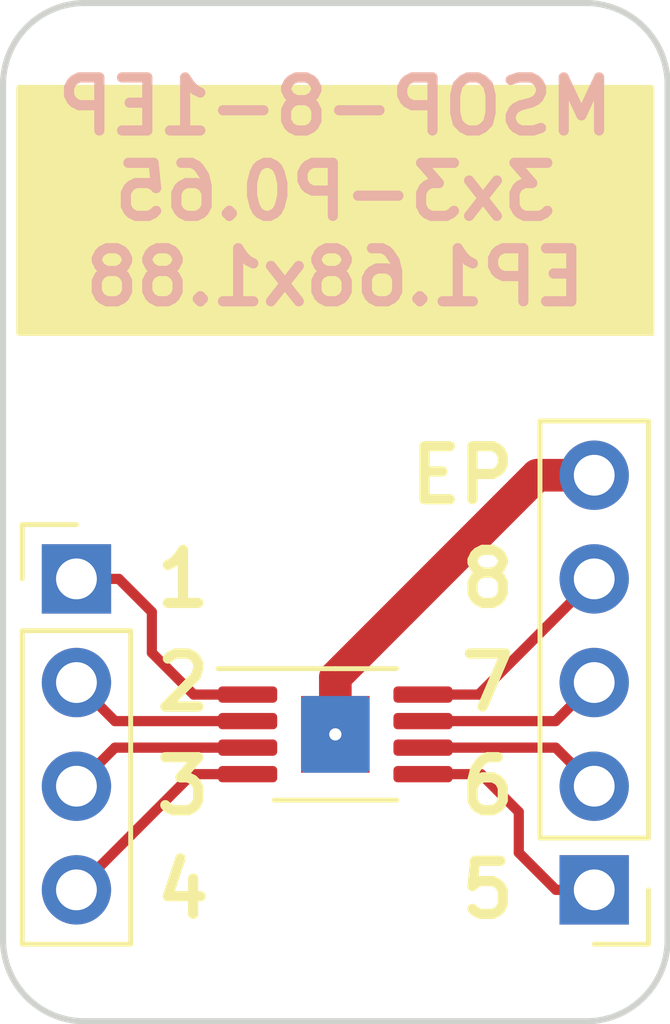
<source format=kicad_pcb>
(kicad_pcb (version 20171130) (host pcbnew 5.1.7-a382d34a8~87~ubuntu20.04.1)

  (general
    (thickness 1)
    (drawings 20)
    (tracks 26)
    (zones 0)
    (modules 3)
    (nets 10)
  )

  (page A4)
  (title_block
    (title BRK-MSOP-8-1EP-3x3-P0.65-EP1.68x1.88)
    (rev v1.0)
    (company https://gekkio.fi)
  )

  (layers
    (0 F.Cu signal)
    (31 B.Cu signal)
    (32 B.Adhes user)
    (33 F.Adhes user)
    (34 B.Paste user)
    (35 F.Paste user)
    (36 B.SilkS user)
    (37 F.SilkS user)
    (38 B.Mask user)
    (39 F.Mask user)
    (40 Dwgs.User user)
    (41 Cmts.User user)
    (42 Eco1.User user)
    (43 Eco2.User user)
    (44 Edge.Cuts user)
    (45 Margin user)
    (46 B.CrtYd user)
    (47 F.CrtYd user)
    (48 B.Fab user)
    (49 F.Fab user)
  )

  (setup
    (last_trace_width 0.25)
    (trace_clearance 0.2)
    (zone_clearance 0.508)
    (zone_45_only no)
    (trace_min 0.2)
    (via_size 0.8)
    (via_drill 0.4)
    (via_min_size 0.4)
    (via_min_drill 0.3)
    (uvia_size 0.3)
    (uvia_drill 0.1)
    (uvias_allowed no)
    (uvia_min_size 0.2)
    (uvia_min_drill 0.1)
    (edge_width 0.05)
    (segment_width 0.2)
    (pcb_text_width 0.3)
    (pcb_text_size 1.5 1.5)
    (mod_edge_width 0.12)
    (mod_text_size 1 1)
    (mod_text_width 0.15)
    (pad_size 1.524 1.524)
    (pad_drill 0.762)
    (pad_to_mask_clearance 0)
    (aux_axis_origin 0 0)
    (visible_elements FFFFFF7F)
    (pcbplotparams
      (layerselection 0x010fc_ffffffff)
      (usegerberextensions false)
      (usegerberattributes true)
      (usegerberadvancedattributes true)
      (creategerberjobfile true)
      (excludeedgelayer true)
      (linewidth 0.150000)
      (plotframeref false)
      (viasonmask false)
      (mode 1)
      (useauxorigin false)
      (hpglpennumber 1)
      (hpglpenspeed 20)
      (hpglpendiameter 15.000000)
      (psnegative false)
      (psa4output false)
      (plotreference true)
      (plotvalue true)
      (plotinvisibletext false)
      (padsonsilk false)
      (subtractmaskfromsilk false)
      (outputformat 1)
      (mirror false)
      (drillshape 0)
      (scaleselection 1)
      (outputdirectory "gerber/"))
  )

  (net 0 "")
  (net 1 PIN1)
  (net 2 PIN2)
  (net 3 PIN3)
  (net 4 PIN4)
  (net 5 PIN5)
  (net 6 PIN6)
  (net 7 PIN7)
  (net 8 PIN8)
  (net 9 EP)

  (net_class Default "This is the default net class."
    (clearance 0.2)
    (trace_width 0.25)
    (via_dia 0.8)
    (via_drill 0.4)
    (uvia_dia 0.3)
    (uvia_drill 0.1)
    (add_net EP)
    (add_net PIN1)
    (add_net PIN2)
    (add_net PIN3)
    (add_net PIN4)
    (add_net PIN5)
    (add_net PIN6)
    (add_net PIN7)
    (add_net PIN8)
  )

  (module PinHeader_1x05_P2.54mm_Vertical (layer F.Cu) (tedit 59FED5CC) (tstamp 5F774FB3)
    (at 106.35 103.81 180)
    (descr "Through hole straight pin header, 1x05, 2.54mm pitch, single row")
    (tags "Through hole pin header THT 1x05 2.54mm single row")
    (fp_text reference J2 (at 0 -2.33 180) (layer F.SilkS) hide
      (effects (font (size 1 1) (thickness 0.15)))
    )
    (fp_text value PinHeader_1x05_P2.54mm_Vertical (at 0 12.49 180) (layer F.Fab) hide
      (effects (font (size 1 1) (thickness 0.15)))
    )
    (fp_line (start 1.8 -1.8) (end -1.8 -1.8) (layer F.CrtYd) (width 0.05))
    (fp_line (start 1.8 11.95) (end 1.8 -1.8) (layer F.CrtYd) (width 0.05))
    (fp_line (start -1.8 11.95) (end 1.8 11.95) (layer F.CrtYd) (width 0.05))
    (fp_line (start -1.8 -1.8) (end -1.8 11.95) (layer F.CrtYd) (width 0.05))
    (fp_line (start -1.33 -1.33) (end 0 -1.33) (layer F.SilkS) (width 0.12))
    (fp_line (start -1.33 0) (end -1.33 -1.33) (layer F.SilkS) (width 0.12))
    (fp_line (start -1.33 1.27) (end 1.33 1.27) (layer F.SilkS) (width 0.12))
    (fp_line (start 1.33 1.27) (end 1.33 11.49) (layer F.SilkS) (width 0.12))
    (fp_line (start -1.33 1.27) (end -1.33 11.49) (layer F.SilkS) (width 0.12))
    (fp_line (start -1.33 11.49) (end 1.33 11.49) (layer F.SilkS) (width 0.12))
    (fp_line (start -1.27 -0.635) (end -0.635 -1.27) (layer F.Fab) (width 0.1))
    (fp_line (start -1.27 11.43) (end -1.27 -0.635) (layer F.Fab) (width 0.1))
    (fp_line (start 1.27 11.43) (end -1.27 11.43) (layer F.Fab) (width 0.1))
    (fp_line (start 1.27 -1.27) (end 1.27 11.43) (layer F.Fab) (width 0.1))
    (fp_line (start -0.635 -1.27) (end 1.27 -1.27) (layer F.Fab) (width 0.1))
    (fp_text user %R (at 0 5.08 270) (layer F.Fab)
      (effects (font (size 1 1) (thickness 0.15)))
    )
    (pad 5 thru_hole oval (at 0 10.16 180) (size 1.7 1.7) (drill 1) (layers *.Cu *.Mask)
      (net 9 EP))
    (pad 4 thru_hole oval (at 0 7.62 180) (size 1.7 1.7) (drill 1) (layers *.Cu *.Mask)
      (net 8 PIN8))
    (pad 3 thru_hole oval (at 0 5.08 180) (size 1.7 1.7) (drill 1) (layers *.Cu *.Mask)
      (net 7 PIN7))
    (pad 2 thru_hole oval (at 0 2.54 180) (size 1.7 1.7) (drill 1) (layers *.Cu *.Mask)
      (net 6 PIN6))
    (pad 1 thru_hole rect (at 0 0 180) (size 1.7 1.7) (drill 1) (layers *.Cu *.Mask)
      (net 5 PIN5))
    (model ${KISYS3DMOD}/Connector_PinHeader_2.54mm.3dshapes/PinHeader_1x05_P2.54mm_Vertical.wrl
      (at (xyz 0 0 0))
      (scale (xyz 1 1 1))
      (rotate (xyz 0 0 0))
    )
  )

  (module PinHeader_1x04_P2.54mm_Vertical (layer F.Cu) (tedit 59FED5CC) (tstamp 5F774F9C)
    (at 93.65 96.19)
    (descr "Through hole straight pin header, 1x04, 2.54mm pitch, single row")
    (tags "Through hole pin header THT 1x04 2.54mm single row")
    (fp_text reference J1 (at 0 -2.33) (layer F.SilkS) hide
      (effects (font (size 1 1) (thickness 0.15)))
    )
    (fp_text value PinHeader_1x04_P2.54mm_Vertical (at 0 9.95) (layer F.Fab) hide
      (effects (font (size 1 1) (thickness 0.15)))
    )
    (fp_line (start 1.8 -1.8) (end -1.8 -1.8) (layer F.CrtYd) (width 0.05))
    (fp_line (start 1.8 9.4) (end 1.8 -1.8) (layer F.CrtYd) (width 0.05))
    (fp_line (start -1.8 9.4) (end 1.8 9.4) (layer F.CrtYd) (width 0.05))
    (fp_line (start -1.8 -1.8) (end -1.8 9.4) (layer F.CrtYd) (width 0.05))
    (fp_line (start -1.33 -1.33) (end 0 -1.33) (layer F.SilkS) (width 0.12))
    (fp_line (start -1.33 0) (end -1.33 -1.33) (layer F.SilkS) (width 0.12))
    (fp_line (start -1.33 1.27) (end 1.33 1.27) (layer F.SilkS) (width 0.12))
    (fp_line (start 1.33 1.27) (end 1.33 8.95) (layer F.SilkS) (width 0.12))
    (fp_line (start -1.33 1.27) (end -1.33 8.95) (layer F.SilkS) (width 0.12))
    (fp_line (start -1.33 8.95) (end 1.33 8.95) (layer F.SilkS) (width 0.12))
    (fp_line (start -1.27 -0.635) (end -0.635 -1.27) (layer F.Fab) (width 0.1))
    (fp_line (start -1.27 8.89) (end -1.27 -0.635) (layer F.Fab) (width 0.1))
    (fp_line (start 1.27 8.89) (end -1.27 8.89) (layer F.Fab) (width 0.1))
    (fp_line (start 1.27 -1.27) (end 1.27 8.89) (layer F.Fab) (width 0.1))
    (fp_line (start -0.635 -1.27) (end 1.27 -1.27) (layer F.Fab) (width 0.1))
    (fp_text user %R (at 0 3.81 90) (layer F.Fab)
      (effects (font (size 1 1) (thickness 0.15)))
    )
    (pad 4 thru_hole oval (at 0 7.62) (size 1.7 1.7) (drill 1) (layers *.Cu *.Mask)
      (net 4 PIN4))
    (pad 3 thru_hole oval (at 0 5.08) (size 1.7 1.7) (drill 1) (layers *.Cu *.Mask)
      (net 3 PIN3))
    (pad 2 thru_hole oval (at 0 2.54) (size 1.7 1.7) (drill 1) (layers *.Cu *.Mask)
      (net 2 PIN2))
    (pad 1 thru_hole rect (at 0 0) (size 1.7 1.7) (drill 1) (layers *.Cu *.Mask)
      (net 1 PIN1))
    (model ${KISYS3DMOD}/Connector_PinHeader_2.54mm.3dshapes/PinHeader_1x04_P2.54mm_Vertical.wrl
      (at (xyz 0 0 0))
      (scale (xyz 1 1 1))
      (rotate (xyz 0 0 0))
    )
  )

  (module MSOP-8-1EP_3x3mm_P0.65mm_EP1.68x1.88mm (layer F.Cu) (tedit 5DC5FE75) (tstamp 5F774D52)
    (at 100 100)
    (descr "MSOP, 8 Pin (https://www.analog.com/media/en/technical-documentation/data-sheets/4440fb.pdf#page=13), generated with kicad-footprint-generator ipc_gullwing_generator.py")
    (tags "MSOP SO")
    (attr smd)
    (fp_text reference U1 (at 0 -2.45) (layer F.SilkS) hide
      (effects (font (size 1 1) (thickness 0.15)))
    )
    (fp_text value MSOP-8-1EP_3x3mm_P0.65mm_EP1.68x1.88mm (at 0 2.45) (layer F.Fab) hide
      (effects (font (size 1 1) (thickness 0.15)))
    )
    (fp_line (start 3.12 -1.75) (end -3.12 -1.75) (layer F.CrtYd) (width 0.05))
    (fp_line (start 3.12 1.75) (end 3.12 -1.75) (layer F.CrtYd) (width 0.05))
    (fp_line (start -3.12 1.75) (end 3.12 1.75) (layer F.CrtYd) (width 0.05))
    (fp_line (start -3.12 -1.75) (end -3.12 1.75) (layer F.CrtYd) (width 0.05))
    (fp_line (start -1.5 -0.75) (end -0.75 -1.5) (layer F.Fab) (width 0.1))
    (fp_line (start -1.5 1.5) (end -1.5 -0.75) (layer F.Fab) (width 0.1))
    (fp_line (start 1.5 1.5) (end -1.5 1.5) (layer F.Fab) (width 0.1))
    (fp_line (start 1.5 -1.5) (end 1.5 1.5) (layer F.Fab) (width 0.1))
    (fp_line (start -0.75 -1.5) (end 1.5 -1.5) (layer F.Fab) (width 0.1))
    (fp_line (start 0 -1.61) (end -2.875 -1.61) (layer F.SilkS) (width 0.12))
    (fp_line (start 0 -1.61) (end 1.5 -1.61) (layer F.SilkS) (width 0.12))
    (fp_line (start 0 1.61) (end -1.5 1.61) (layer F.SilkS) (width 0.12))
    (fp_line (start 0 1.61) (end 1.5 1.61) (layer F.SilkS) (width 0.12))
    (fp_text user %R (at 0 0) (layer F.Fab)
      (effects (font (size 0.75 0.75) (thickness 0.11)))
    )
    (pad "" smd roundrect (at 0.42 0.47) (size 0.68 0.76) (layers F.Paste) (roundrect_rratio 0.25))
    (pad "" smd roundrect (at 0.42 -0.47) (size 0.68 0.76) (layers F.Paste) (roundrect_rratio 0.25))
    (pad "" smd roundrect (at -0.42 0.47) (size 0.68 0.76) (layers F.Paste) (roundrect_rratio 0.25))
    (pad "" smd roundrect (at -0.42 -0.47) (size 0.68 0.76) (layers F.Paste) (roundrect_rratio 0.25))
    (pad 9 smd rect (at 0 0) (size 1.68 1.88) (layers F.Cu F.Mask)
      (net 9 EP))
    (pad 8 smd roundrect (at 2.15 -0.975) (size 1.45 0.4) (layers F.Cu F.Paste F.Mask) (roundrect_rratio 0.25)
      (net 8 PIN8))
    (pad 7 smd roundrect (at 2.15 -0.325) (size 1.45 0.4) (layers F.Cu F.Paste F.Mask) (roundrect_rratio 0.25)
      (net 7 PIN7))
    (pad 6 smd roundrect (at 2.15 0.325) (size 1.45 0.4) (layers F.Cu F.Paste F.Mask) (roundrect_rratio 0.25)
      (net 6 PIN6))
    (pad 5 smd roundrect (at 2.15 0.975) (size 1.45 0.4) (layers F.Cu F.Paste F.Mask) (roundrect_rratio 0.25)
      (net 5 PIN5))
    (pad 4 smd roundrect (at -2.15 0.975) (size 1.45 0.4) (layers F.Cu F.Paste F.Mask) (roundrect_rratio 0.25)
      (net 4 PIN4))
    (pad 3 smd roundrect (at -2.15 0.325) (size 1.45 0.4) (layers F.Cu F.Paste F.Mask) (roundrect_rratio 0.25)
      (net 3 PIN3))
    (pad 2 smd roundrect (at -2.15 -0.325) (size 1.45 0.4) (layers F.Cu F.Paste F.Mask) (roundrect_rratio 0.25)
      (net 2 PIN2))
    (pad 1 smd roundrect (at -2.15 -0.975) (size 1.45 0.4) (layers F.Cu F.Paste F.Mask) (roundrect_rratio 0.25)
      (net 1 PIN1))
    (model ${KISYS3DMOD}/Package_SO.3dshapes/MSOP-8-1EP_3x3mm_P0.65mm_EP1.68x1.88mm.wrl
      (at (xyz 0 0 0))
      (scale (xyz 1 1 1))
      (rotate (xyz 0 0 0))
    )
  )

  (gr_arc (start 106.15 84.08) (end 106.15 82.08) (angle 90) (layer Edge.Cuts) (width 0.15))
  (gr_arc (start 93.85 84.08) (end 91.85 84.08) (angle 90) (layer Edge.Cuts) (width 0.15))
  (gr_arc (start 93.85 105.03) (end 93.85 107.03) (angle 90) (layer Edge.Cuts) (width 0.15))
  (gr_arc (start 106.15 105.03) (end 108.15 105.03) (angle 90) (layer Edge.Cuts) (width 0.15))
  (gr_line (start 93.85 107.03) (end 106.15 107.03) (layer Edge.Cuts) (width 0.15))
  (gr_line (start 93.85 82.08) (end 106.15 82.08) (layer Edge.Cuts) (width 0.15))
  (gr_line (start 108.15 105.03) (end 108.15 84.08) (layer Edge.Cuts) (width 0.15))
  (gr_line (start 91.85 84.08) (end 91.85 105.03) (layer Edge.Cuts) (width 0.15))
  (gr_text EP (at 104.52 93.65) (layer F.SilkS)
    (effects (font (size 1.3 1.3) (thickness 0.25)) (justify right))
  )
  (gr_text 8 (at 104.52 96.19) (layer F.SilkS)
    (effects (font (size 1.3 1.3) (thickness 0.25)) (justify right))
  )
  (gr_text 7 (at 104.52 98.73) (layer F.SilkS)
    (effects (font (size 1.3 1.3) (thickness 0.25)) (justify right))
  )
  (gr_text 6 (at 104.52 101.27) (layer F.SilkS)
    (effects (font (size 1.3 1.3) (thickness 0.25)) (justify right))
  )
  (gr_text 5 (at 104.52 103.81) (layer F.SilkS)
    (effects (font (size 1.3 1.3) (thickness 0.25)) (justify right))
  )
  (gr_text 4 (at 95.48 103.81) (layer F.SilkS)
    (effects (font (size 1.3 1.3) (thickness 0.25)) (justify left))
  )
  (gr_text 3 (at 95.48 101.27) (layer F.SilkS)
    (effects (font (size 1.3 1.3) (thickness 0.25)) (justify left))
  )
  (gr_text 2 (at 95.48 98.73) (layer F.SilkS)
    (effects (font (size 1.3 1.3) (thickness 0.25)) (justify left))
  )
  (gr_text 1 (at 95.48 96.19) (layer F.SilkS)
    (effects (font (size 1.3 1.3) (thickness 0.25)) (justify left))
  )
  (gr_text "MSOP-8-1EP\n3x3-P0.65\nEP1.68x1.88" (at 100 89.56) (layer B.SilkS)
    (effects (font (size 1.3 1.3) (thickness 0.25)) (justify bottom mirror))
  )
  (gr_poly (pts (xy 99.16 99.06) (xy 99.16 100.94) (xy 100.84 100.94) (xy 100.84 99.06)) (layer B.Mask) (width 0.1))
  (gr_poly (pts (xy 92.25 84.16) (xy 92.25 90.16) (xy 107.75 90.16) (xy 107.75 84.16)) (layer F.SilkS) (width 0.15))

  (segment (start 94.69 96.19) (end 93.65 96.19) (width 0.25) (layer F.Cu) (net 1))
  (segment (start 95.5 97) (end 94.69 96.19) (width 0.25) (layer F.Cu) (net 1))
  (segment (start 95.5 98) (end 95.5 97) (width 0.25) (layer F.Cu) (net 1))
  (segment (start 96.525 99.025) (end 95.5 98) (width 0.25) (layer F.Cu) (net 1))
  (segment (start 97.85 99.025) (end 96.525 99.025) (width 0.25) (layer F.Cu) (net 1))
  (segment (start 94.595 99.675) (end 93.65 98.73) (width 0.25) (layer F.Cu) (net 2))
  (segment (start 97.85 99.675) (end 94.595 99.675) (width 0.25) (layer F.Cu) (net 2))
  (segment (start 94.595 100.325) (end 93.65 101.27) (width 0.25) (layer F.Cu) (net 3))
  (segment (start 97.85 100.325) (end 94.595 100.325) (width 0.25) (layer F.Cu) (net 3))
  (segment (start 96.485 100.975) (end 93.65 103.81) (width 0.25) (layer F.Cu) (net 4))
  (segment (start 97.85 100.975) (end 96.485 100.975) (width 0.25) (layer F.Cu) (net 4))
  (segment (start 105.41 103.81) (end 106.35 103.81) (width 0.25) (layer F.Cu) (net 5))
  (segment (start 104.5 102.9) (end 105.41 103.81) (width 0.25) (layer F.Cu) (net 5))
  (segment (start 104.5 101.9) (end 104.5 102.9) (width 0.25) (layer F.Cu) (net 5))
  (segment (start 103.575 100.975) (end 104.5 101.9) (width 0.25) (layer F.Cu) (net 5))
  (segment (start 102.15 100.975) (end 103.575 100.975) (width 0.25) (layer F.Cu) (net 5))
  (segment (start 105.405 100.325) (end 106.35 101.27) (width 0.25) (layer F.Cu) (net 6))
  (segment (start 102.15 100.325) (end 105.405 100.325) (width 0.25) (layer F.Cu) (net 6))
  (segment (start 105.405 99.675) (end 106.35 98.73) (width 0.25) (layer F.Cu) (net 7))
  (segment (start 102.15 99.675) (end 105.405 99.675) (width 0.25) (layer F.Cu) (net 7))
  (segment (start 103.515 99.025) (end 106.35 96.19) (width 0.25) (layer F.Cu) (net 8))
  (segment (start 102.15 99.025) (end 103.515 99.025) (width 0.25) (layer F.Cu) (net 8))
  (via (at 100 100) (size 0.6) (drill 0.3) (layers F.Cu B.Cu) (net 9) (status 1000000))
  (segment (start 100 98.6) (end 104.95 93.65) (width 0.8) (layer F.Cu) (net 9) (status 1000000))
  (segment (start 104.95 93.65) (end 106.35 93.65) (width 0.8) (layer F.Cu) (net 9) (status 1000000))
  (segment (start 100 100) (end 100 98.6) (width 0.8) (layer F.Cu) (net 9) (status 1000000))

  (zone (net 9) (net_name EP) (layer B.Cu) (tstamp 5F774B87) (hatch edge 0.508)
    (connect_pads yes (clearance 0.3))
    (min_thickness 0.2)
    (fill yes (arc_segments 32) (thermal_gap 0.508) (thermal_bridge_width 0.508))
    (polygon
      (pts
        (xy 99.16 99.06) (xy 99.16 100.94) (xy 100.84 100.94) (xy 100.84 99.06)
      )
    )
    (filled_polygon
      (pts
        (xy 100.74 100.84) (xy 99.26 100.84) (xy 99.26 99.16) (xy 100.74 99.16)
      )
    )
  )
)

</source>
